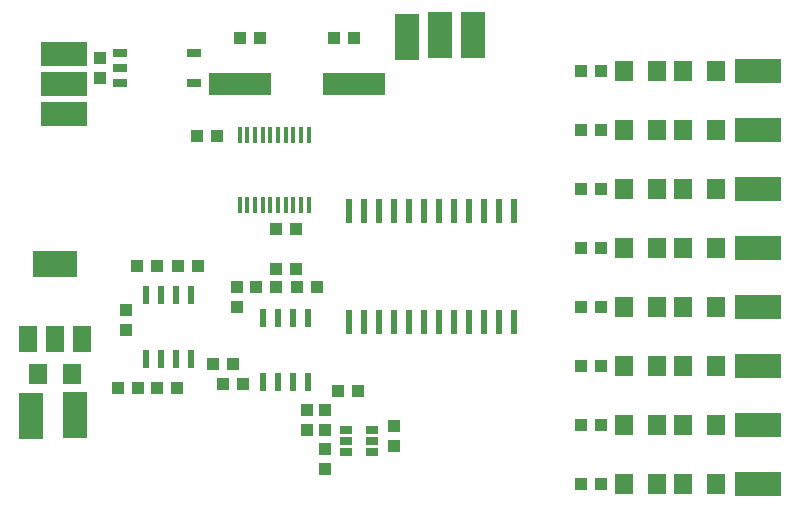
<source format=gbr>
G04 #@! TF.GenerationSoftware,KiCad,Pcbnew,5.0.0*
G04 #@! TF.CreationDate,2019-01-07T12:38:15-05:00*
G04 #@! TF.ProjectId,probe,70726F62652E6B696361645F70636200,rev?*
G04 #@! TF.SameCoordinates,Original*
G04 #@! TF.FileFunction,Paste,Top*
G04 #@! TF.FilePolarity,Positive*
%FSLAX46Y46*%
G04 Gerber Fmt 4.6, Leading zero omitted, Abs format (unit mm)*
G04 Created by KiCad (PCBNEW 5.0.0) date Mon Jan  7 12:38:15 2019*
%MOMM*%
%LPD*%
G01*
G04 APERTURE LIST*
%ADD10R,0.600000X2.000000*%
%ADD11R,1.099820X0.998220*%
%ADD12R,1.597660X1.798320*%
%ADD13R,0.998220X1.099820*%
%ADD14R,2.000000X4.000000*%
%ADD15R,0.600000X1.550000*%
%ADD16R,4.000000X2.000000*%
%ADD17R,5.334000X1.930400*%
%ADD18R,0.450000X1.450000*%
%ADD19R,1.060000X0.650000*%
%ADD20R,1.200000X0.800000*%
%ADD21R,1.500000X2.200000*%
%ADD22R,3.800000X2.200000*%
G04 APERTURE END LIST*
D10*
G04 #@! TO.C,U6*
X89265000Y-161500000D03*
X103235000Y-152100000D03*
X90535000Y-161500000D03*
X91805000Y-161500000D03*
X93075000Y-161500000D03*
X94345000Y-161500000D03*
X95615000Y-161500000D03*
X96885000Y-161500000D03*
X98155000Y-161500000D03*
X99425000Y-161500000D03*
X100695000Y-161500000D03*
X101965000Y-161500000D03*
X103235000Y-161500000D03*
X101965000Y-152100000D03*
X100695000Y-152100000D03*
X99425000Y-152100000D03*
X98155000Y-152100000D03*
X96885000Y-152100000D03*
X95615000Y-152100000D03*
X94345000Y-152100000D03*
X93075000Y-152100000D03*
X91805000Y-152100000D03*
X90535000Y-152100000D03*
X89265000Y-152100000D03*
G04 #@! TD*
D11*
G04 #@! TO.C,C11*
X90048360Y-167300000D03*
X88351640Y-167300000D03*
G04 #@! TD*
G04 #@! TO.C,C10*
X84848360Y-153600000D03*
X83151640Y-153600000D03*
G04 #@! TD*
G04 #@! TO.C,R61*
X74711421Y-167063901D03*
X73014701Y-167063901D03*
G04 #@! TD*
G04 #@! TO.C,R60*
X74851640Y-156723901D03*
X76548360Y-156723901D03*
G04 #@! TD*
G04 #@! TO.C,R59*
X71471421Y-167063901D03*
X69774701Y-167063901D03*
G04 #@! TD*
G04 #@! TO.C,R58*
X71374701Y-156723901D03*
X73071421Y-156723901D03*
G04 #@! TD*
D12*
G04 #@! TO.C,C8*
X65799540Y-165850000D03*
X63000460Y-165850000D03*
G04 #@! TD*
D13*
G04 #@! TO.C,C7*
X85750000Y-170650000D03*
X85750000Y-168953280D03*
G04 #@! TD*
G04 #@! TO.C,C6*
X87250000Y-173948360D03*
X87250000Y-172251640D03*
G04 #@! TD*
D11*
G04 #@! TO.C,R56*
X86548360Y-158500000D03*
X84851640Y-158500000D03*
G04 #@! TD*
G04 #@! TO.C,R57*
X83103280Y-157000000D03*
X84800000Y-157000000D03*
G04 #@! TD*
D13*
G04 #@! TO.C,C9*
X70450000Y-162148360D03*
X70450000Y-160451640D03*
G04 #@! TD*
D14*
G04 #@! TO.C,J23*
X66100000Y-169350000D03*
G04 #@! TD*
G04 #@! TO.C,J24*
X62400000Y-169400000D03*
G04 #@! TD*
D11*
G04 #@! TO.C,R54*
X81451640Y-158500000D03*
X83148360Y-158500000D03*
G04 #@! TD*
D13*
G04 #@! TO.C,R55*
X79800000Y-158551640D03*
X79800000Y-160248360D03*
G04 #@! TD*
D14*
G04 #@! TO.C,J21*
X97000000Y-137200000D03*
G04 #@! TD*
G04 #@! TO.C,J22*
X99800000Y-137200000D03*
G04 #@! TD*
G04 #@! TO.C,J1*
X94200000Y-137330000D03*
G04 #@! TD*
D15*
G04 #@! TO.C,IC1*
X75905000Y-159200000D03*
X74635000Y-159200000D03*
X73365000Y-159200000D03*
X72095000Y-159200000D03*
X72095000Y-164600000D03*
X73365000Y-164600000D03*
X74635000Y-164600000D03*
X75905000Y-164600000D03*
G04 #@! TD*
G04 #@! TO.C,IC2*
X82035000Y-166530000D03*
X83305000Y-166530000D03*
X84575000Y-166530000D03*
X85845000Y-166530000D03*
X85845000Y-161130000D03*
X84575000Y-161130000D03*
X83305000Y-161130000D03*
X82035000Y-161130000D03*
G04 #@! TD*
D16*
G04 #@! TO.C,J20*
X65150000Y-143850000D03*
G04 #@! TD*
G04 #@! TO.C,J19*
X65150000Y-138750000D03*
G04 #@! TD*
G04 #@! TO.C,J18*
X65150000Y-141300000D03*
G04 #@! TD*
D11*
G04 #@! TO.C,R52*
X78651640Y-166700000D03*
X80348360Y-166700000D03*
G04 #@! TD*
G04 #@! TO.C,R53*
X79448360Y-165000000D03*
X77751640Y-165000000D03*
G04 #@! TD*
D17*
G04 #@! TO.C,Y1*
X89736000Y-141320000D03*
X80084000Y-141320000D03*
G04 #@! TD*
D16*
G04 #@! TO.C,J8*
X123900000Y-170200000D03*
G04 #@! TD*
G04 #@! TO.C,J7*
X123900000Y-165200000D03*
G04 #@! TD*
G04 #@! TO.C,J6*
X123900000Y-160200000D03*
G04 #@! TD*
G04 #@! TO.C,J5*
X123900000Y-155200000D03*
G04 #@! TD*
G04 #@! TO.C,J4*
X123900000Y-150200000D03*
G04 #@! TD*
G04 #@! TO.C,J3*
X123900000Y-145200000D03*
G04 #@! TD*
G04 #@! TO.C,J2*
X123900000Y-140200000D03*
G04 #@! TD*
G04 #@! TO.C,J9*
X123900000Y-175200000D03*
G04 #@! TD*
D12*
G04 #@! TO.C,R36*
X117600460Y-150200000D03*
X120399540Y-150200000D03*
G04 #@! TD*
G04 #@! TO.C,R41*
X117600460Y-175200000D03*
X120399540Y-175200000D03*
G04 #@! TD*
G04 #@! TO.C,R40*
X120399540Y-170200000D03*
X117600460Y-170200000D03*
G04 #@! TD*
G04 #@! TO.C,R39*
X117600460Y-165200000D03*
X120399540Y-165200000D03*
G04 #@! TD*
G04 #@! TO.C,R38*
X120399540Y-160200000D03*
X117600460Y-160200000D03*
G04 #@! TD*
G04 #@! TO.C,R37*
X117600460Y-155200000D03*
X120399540Y-155200000D03*
G04 #@! TD*
G04 #@! TO.C,R35*
X120399540Y-145200000D03*
X117600460Y-145200000D03*
G04 #@! TD*
G04 #@! TO.C,R34*
X117600460Y-140200000D03*
X120399540Y-140200000D03*
G04 #@! TD*
D11*
G04 #@! TO.C,R5*
X108951640Y-145200000D03*
X110648360Y-145200000D03*
G04 #@! TD*
G04 #@! TO.C,C2*
X81778360Y-137420000D03*
X80081640Y-137420000D03*
G04 #@! TD*
D13*
G04 #@! TO.C,C3*
X68250000Y-140848360D03*
X68250000Y-139151640D03*
G04 #@! TD*
G04 #@! TO.C,C4*
X93100000Y-170251640D03*
X93100000Y-171948360D03*
G04 #@! TD*
G04 #@! TO.C,C5*
X87250000Y-170648360D03*
X87250000Y-168951640D03*
G04 #@! TD*
D11*
G04 #@! TO.C,R1*
X78148360Y-145700000D03*
X76451640Y-145700000D03*
G04 #@! TD*
G04 #@! TO.C,R11*
X108951640Y-160200000D03*
X110648360Y-160200000D03*
G04 #@! TD*
G04 #@! TO.C,R13*
X110648360Y-165200000D03*
X108951640Y-165200000D03*
G04 #@! TD*
G04 #@! TO.C,R15*
X108951640Y-170200000D03*
X110648360Y-170200000D03*
G04 #@! TD*
G04 #@! TO.C,C1*
X89728360Y-137420000D03*
X88031640Y-137420000D03*
G04 #@! TD*
G04 #@! TO.C,R17*
X108951640Y-175200000D03*
X110648360Y-175200000D03*
G04 #@! TD*
G04 #@! TO.C,R9*
X110648360Y-155200000D03*
X108951640Y-155200000D03*
G04 #@! TD*
G04 #@! TO.C,R7*
X108951640Y-150200000D03*
X110648360Y-150200000D03*
G04 #@! TD*
G04 #@! TO.C,R3*
X108951640Y-140200000D03*
X110648360Y-140200000D03*
G04 #@! TD*
D12*
G04 #@! TO.C,R16*
X115399080Y-175200000D03*
X112600000Y-175200000D03*
G04 #@! TD*
G04 #@! TO.C,R14*
X115399080Y-170200000D03*
X112600000Y-170200000D03*
G04 #@! TD*
G04 #@! TO.C,R12*
X112600000Y-165200000D03*
X115399080Y-165200000D03*
G04 #@! TD*
G04 #@! TO.C,R10*
X115399080Y-160200000D03*
X112600000Y-160200000D03*
G04 #@! TD*
G04 #@! TO.C,R8*
X112600000Y-155200000D03*
X115399080Y-155200000D03*
G04 #@! TD*
G04 #@! TO.C,R2*
X115399080Y-140200000D03*
X112600000Y-140200000D03*
G04 #@! TD*
G04 #@! TO.C,R6*
X112600000Y-150200000D03*
X115399080Y-150200000D03*
G04 #@! TD*
G04 #@! TO.C,R4*
X115399080Y-145200000D03*
X112600000Y-145200000D03*
G04 #@! TD*
D18*
G04 #@! TO.C,U2*
X85875000Y-145650000D03*
X85225000Y-145650000D03*
X84575000Y-145650000D03*
X83925000Y-145650000D03*
X83275000Y-145650000D03*
X82625000Y-145650000D03*
X81975000Y-145650000D03*
X81325000Y-145650000D03*
X80675000Y-145650000D03*
X80025000Y-145650000D03*
X80025000Y-151550000D03*
X80675000Y-151550000D03*
X81325000Y-151550000D03*
X81975000Y-151550000D03*
X82625000Y-151550000D03*
X83275000Y-151550000D03*
X83925000Y-151550000D03*
X84575000Y-151550000D03*
X85225000Y-151550000D03*
X85875000Y-151550000D03*
G04 #@! TD*
D19*
G04 #@! TO.C,U4*
X89000000Y-170600000D03*
X89000000Y-171550000D03*
X89000000Y-172500000D03*
X91200000Y-172500000D03*
X91200000Y-170600000D03*
X91200000Y-171550000D03*
G04 #@! TD*
D20*
G04 #@! TO.C,U1*
X76210000Y-141280000D03*
X76210000Y-138740000D03*
X69910000Y-138740000D03*
X69910000Y-140010000D03*
X69910000Y-141280000D03*
G04 #@! TD*
D21*
G04 #@! TO.C,U5*
X66710000Y-162900000D03*
X64410000Y-162900000D03*
X62110000Y-162900000D03*
D22*
X64410000Y-156600000D03*
G04 #@! TD*
M02*

</source>
